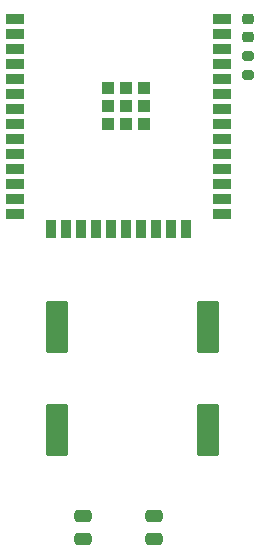
<source format=gbr>
%TF.GenerationSoftware,KiCad,Pcbnew,8.0.8*%
%TF.CreationDate,2025-02-27T22:45:34+01:00*%
%TF.ProjectId,BB_LED_Tube,42425f4c-4544-45f5-9475-62652e6b6963,rev?*%
%TF.SameCoordinates,Original*%
%TF.FileFunction,Paste,Bot*%
%TF.FilePolarity,Positive*%
%FSLAX46Y46*%
G04 Gerber Fmt 4.6, Leading zero omitted, Abs format (unit mm)*
G04 Created by KiCad (PCBNEW 8.0.8) date 2025-02-27 22:45:34*
%MOMM*%
%LPD*%
G01*
G04 APERTURE LIST*
G04 Aperture macros list*
%AMRoundRect*
0 Rectangle with rounded corners*
0 $1 Rounding radius*
0 $2 $3 $4 $5 $6 $7 $8 $9 X,Y pos of 4 corners*
0 Add a 4 corners polygon primitive as box body*
4,1,4,$2,$3,$4,$5,$6,$7,$8,$9,$2,$3,0*
0 Add four circle primitives for the rounded corners*
1,1,$1+$1,$2,$3*
1,1,$1+$1,$4,$5*
1,1,$1+$1,$6,$7*
1,1,$1+$1,$8,$9*
0 Add four rect primitives between the rounded corners*
20,1,$1+$1,$2,$3,$4,$5,0*
20,1,$1+$1,$4,$5,$6,$7,0*
20,1,$1+$1,$6,$7,$8,$9,0*
20,1,$1+$1,$8,$9,$2,$3,0*%
G04 Aperture macros list end*
%ADD10RoundRect,0.225000X0.250000X-0.225000X0.250000X0.225000X-0.250000X0.225000X-0.250000X-0.225000X0*%
%ADD11RoundRect,0.250000X-0.475000X0.250000X-0.475000X-0.250000X0.475000X-0.250000X0.475000X0.250000X0*%
%ADD12RoundRect,0.250000X0.700000X-1.950000X0.700000X1.950000X-0.700000X1.950000X-0.700000X-1.950000X0*%
%ADD13R,1.500000X0.900000*%
%ADD14R,0.900000X1.500000*%
%ADD15R,1.050000X1.050000*%
%ADD16RoundRect,0.200000X-0.275000X0.200000X-0.275000X-0.200000X0.275000X-0.200000X0.275000X0.200000X0*%
G04 APERTURE END LIST*
D10*
%TO.C,C1*%
X82600000Y-91175000D03*
X82600000Y-89625000D03*
%TD*%
D11*
%TO.C,C10*%
X74600000Y-131765000D03*
X74600000Y-133665000D03*
%TD*%
D12*
%TO.C,C9*%
X79200000Y-124465000D03*
X79200000Y-115765000D03*
%TD*%
D11*
%TO.C,C11*%
X68600000Y-131765000D03*
X68600000Y-133665000D03*
%TD*%
D13*
%TO.C,U1*%
X80350000Y-89665000D03*
X80350000Y-90935000D03*
X80350000Y-92205000D03*
X80350000Y-93475000D03*
X80350000Y-94745000D03*
X80350000Y-96015000D03*
X80350000Y-97285000D03*
X80350000Y-98555000D03*
X80350000Y-99825000D03*
X80350000Y-101095000D03*
X80350000Y-102365000D03*
X80350000Y-103635000D03*
X80350000Y-104905000D03*
X80350000Y-106175000D03*
D14*
X77310000Y-107425000D03*
X76040000Y-107425000D03*
X74770000Y-107425000D03*
X73500000Y-107425000D03*
X72230000Y-107425000D03*
X70960000Y-107425000D03*
X69690000Y-107425000D03*
X68420000Y-107425000D03*
X67150000Y-107425000D03*
X65880000Y-107425000D03*
D13*
X62850000Y-106175000D03*
X62850000Y-104905000D03*
X62850000Y-103635000D03*
X62850000Y-102365000D03*
X62850000Y-101095000D03*
X62850000Y-99825000D03*
X62850000Y-98555000D03*
X62850000Y-97285000D03*
X62850000Y-96015000D03*
X62850000Y-94745000D03*
X62850000Y-93475000D03*
X62850000Y-92205000D03*
X62850000Y-90935000D03*
X62850000Y-89665000D03*
D15*
X73805000Y-98530000D03*
X73805000Y-97005000D03*
X73805000Y-95480000D03*
X72280000Y-98530000D03*
X72280000Y-97005000D03*
X72280000Y-95480000D03*
X70755000Y-98530000D03*
X70755000Y-97005000D03*
X70755000Y-95480000D03*
%TD*%
D12*
%TO.C,C8*%
X66400000Y-124465000D03*
X66400000Y-115765000D03*
%TD*%
D16*
%TO.C,R1*%
X82600000Y-92775000D03*
X82600000Y-94425000D03*
%TD*%
M02*

</source>
